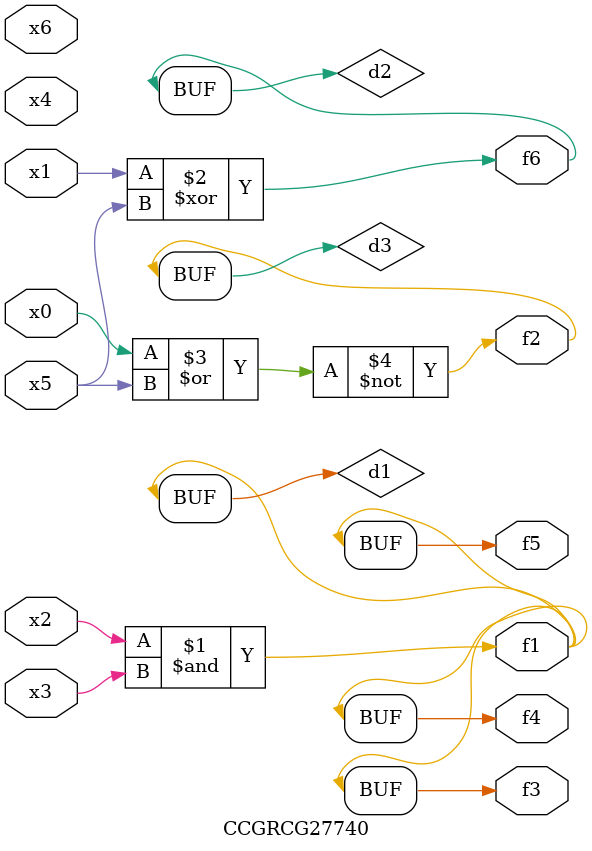
<source format=v>
module CCGRCG27740(
	input x0, x1, x2, x3, x4, x5, x6,
	output f1, f2, f3, f4, f5, f6
);

	wire d1, d2, d3;

	and (d1, x2, x3);
	xor (d2, x1, x5);
	nor (d3, x0, x5);
	assign f1 = d1;
	assign f2 = d3;
	assign f3 = d1;
	assign f4 = d1;
	assign f5 = d1;
	assign f6 = d2;
endmodule

</source>
